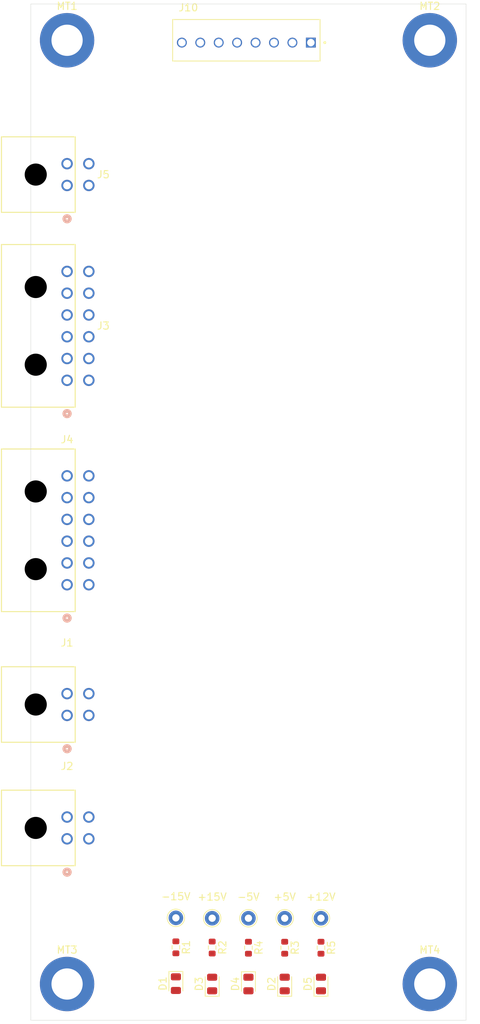
<source format=kicad_pcb>
(kicad_pcb (version 20241229) (generator "pcbnew") (generator_version "9.0")
  (layers (0 "F.Cu" signal) (2 "B.Cu" signal) (13 "F.Paste" user) (15 "B.Paste" user) (5 "F.SilkS" user "F.Silkscreen") (7 "B.SilkS" user "B.Silkscreen") (1 "F.Mask" user) (3 "B.Mask" user) (25 "Edge.Cuts" user))
  (property "CEE_CME" "NA")
  (property "CEE_CME_DATE" "NA")
  (property "CHECKED_BY" "T. Chiesa")
  (property "CHECKED_BY_DATE" "11/21/25")
  (property "DEPARTMENT_CHAIRMAN" "NA")
  (property "DEPARTMENT_CHAIRMAN_DATE" "NA")
  (property "DESIGN_APPROVAL" "T. Chiesa")
  (property "DESIGN_APPROVAL_DATE" "")
  (property "DIVISION_HEAD" "NA")
  (property "DIVISION_HEAD_DATE" "NA")
  (property "DRAWING_NUMBER" "TBD")
  (property "DRAWN_BY" "J. Mead")
  (property "DRAWN_BY_DATE" "12/9/25")
  (property "ENG_PHY_APPROVAL" "J. Mead")
  (property "ENG_PHY_APPROVAL_DATE" "11/21/25")
  (property "GROUP_LEADER" "D. Padrazo")
  (property "GROUP_LEADER_DATE" "")
  (property "INITIAL_RELEASE_DATE" "11/21/2025")
  (property "QA" "NA")
  (property "QA_CATEGORY" "A3")
  (property "QA_DATE" "NA")
  (property "REVB_ECN_NO" "")
  (property "REVB_RELEASE_DATE" "")
  (property "SAFETY_RSC" "NA")
  (property "SAFETY_RSC_DATE" "NA")
  (property "SCALE" "N.A.")
  (property "WEIGHT" "N.A.")
  (net 0 "")
  (net 2 "GND")
  (net 3 "+12V")
  (net 5 "+5V")
  (net 6 "-5V")
  (net 7 "+15V")
  (net 8 "-15V")
  (net 10 "Net-(D1-K)")
  (net 11 "Net-(D2-A)")
  (net 12 "Net-(D3-A)")
  (net 13 "Net-(D4-K)")
  (net 14 "Net-(D5-A)")
  (footprint "TestPoint:TestPoint_THTPad_D2.0mm_Drill1.0mm" (layer "F.Cu") (at 185 185.9375)
    (property "Reference" "TP3" (hide yes))
    (property "Value" "+5V" (at 0 -2.9375 0) (layer "F.SilkS"))
    (fp_circle (center 0 0) (end 0 1.2) (stroke (width 0.12)) (fill no) (layer "F.SilkS"))
    (pad "1" thru_hole circle (at 0 0) (size 2 2) (drill 1) (layers "*.Cu" "*.Mask") (net 5 "+5V"))
  )
  (footprint "TestPoint:TestPoint_THTPad_D2.0mm_Drill1.0mm" (layer "F.Cu") (at 175 185.9375)
    (property "Reference" "TP1" (hide yes))
    (property "Value" "+15V" (at 0 -2.9375 0) (layer "F.SilkS"))
    (fp_circle (center 0 0) (end 0 1.2) (stroke (width 0.12)) (fill no) (layer "F.SilkS"))
    (pad "1" thru_hole circle (at 0 0) (size 2 2) (drill 1) (layers "*.Cu" "*.Mask") (net 7 "+15V"))
  )
  (footprint "MountingHole:MountingHole_4.3mm_M4_DIN965_Pad" (layer "F.Cu") (at 205 65)
    (property "Reference" "MT2" (at 0 -4.7 0) (layer "F.SilkS"))
    (property "Value" "MountingHole_Pad")
    (pad "1" thru_hole circle (at 0 0) (size 7.5 7.5) (drill 4.3) (layers "*.Cu" "*.Mask") (net 2 "GND"))
  )
  (footprint "TestPoint:TestPoint_THTPad_D2.0mm_Drill1.0mm" (layer "F.Cu") (at 190 185.9375)
    (property "Reference" "TP5" (hide yes))
    (property "Value" "+12V" (at 0 -2.9375 0) (layer "F.SilkS"))
    (fp_circle (center 0 0) (end 0 1.2) (stroke (width 0.12)) (fill no) (layer "F.SilkS"))
    (pad "1" thru_hole circle (at 0 0) (size 2 2) (drill 1) (layers "*.Cu" "*.Mask") (net 3 "+12V"))
  )
  (footprint "Resistor_SMD:R_0603_1608Metric" (layer "F.Cu") (at 185 190 -90)
    (property "Reference" "R3" (at 0 -1.43 90) (layer "F.SilkS"))
    (property "Value" "180")
    (fp_line (start -0.237258 0.5225) (end 0.237258 0.5225) (stroke (width 0.12)) (layer "F.SilkS"))
    (fp_line (start -0.237258 -0.5225) (end 0.237258 -0.5225) (stroke (width 0.12)) (layer "F.SilkS"))
    (pad "1" smd roundrect (at -0.825 0 270) (size 0.8 0.95) (layers "F.Cu" "F.Mask" "F.Paste") (net 5 "+5V"))
    (pad "2" smd roundrect (at 0.825 0 270) (size 0.8 0.95) (layers "F.Cu" "F.Mask" "F.Paste") (net 11 "Net-(D2-A)"))
  )
  (footprint "myparts:CONN_SD-43045-001_12_MOL" (layer "F.Cu") (at 155 140 -90)
    (property "Reference" "J4" (at -20 0 0) (layer "F.SilkS"))
    (property "Value" "430451202" (hide yes))
    (fp_line (start -18.701398 9.043) (end 3.701402 9.043) (stroke (width 0.1524)) (layer "F.SilkS"))
    (fp_line (start 3.701402 9.043) (end 3.701402 -1.117) (stroke (width 0.1524)) (layer "F.SilkS"))
    (fp_line (start -18.701398 -1.117) (end -18.701398 9.043) (stroke (width 0.1524)) (layer "F.SilkS"))
    (fp_line (start 3.701402 -1.117) (end -18.701398 -1.117) (stroke (width 0.1524)) (layer "F.SilkS"))
    (fp_circle (center 4.590402 0) (end 4.971402 0) (stroke (width 0.508)) (fill no) (layer "F.SilkS"))
    (fp_circle (center 4.590402 0) (end 4.971402 0) (stroke (width 0.508)) (fill no) (layer "B.SilkS"))
    (pad "" np_thru_hole circle (at -12.849997 4.320002 270) (size 3.048 3.048) (drill 3.048) (layers))
    (pad "" np_thru_hole circle (at -2.149999 4.320002 270) (size 3.048 3.048) (drill 3.048) (layers))
    (pad "1" thru_hole circle (at 0 0 270) (size 1.5748 1.5748) (drill 1.0668) (layers "*.Cu" "*.Mask") (net 7 "+15V"))
    (pad "2" thru_hole circle (at -2.999999 0 270) (size 1.5748 1.5748) (drill 1.0668) (layers "*.Cu" "*.Mask") (net 5 "+5V"))
    (pad "3" thru_hole circle (at -5.999998 0 270) (size 1.5748 1.5748) (drill 1.0668) (layers "*.Cu" "*.Mask") (net 2 "GND"))
    (pad "4" thru_hole circle (at -8.999998 0 270) (size 1.5748 1.5748) (drill 1.0668) (layers "*.Cu" "*.Mask") (net 2 "GND"))
    (pad "5" thru_hole circle (at -11.999997 0 270) (size 1.5748 1.5748) (drill 1.0668) (layers "*.Cu" "*.Mask") (net 6 "-5V"))
    (pad "6" thru_hole circle (at -14.999996 0 270) (size 1.5748 1.5748) (drill 1.0668) (layers "*.Cu" "*.Mask") (net 8 "-15V"))
    (pad "7" thru_hole circle (at 0 -2.999999 270) (size 1.5748 1.5748) (drill 1.0668) (layers "*.Cu" "*.Mask") (net 7 "+15V"))
    (pad "8" thru_hole circle (at -2.999999 -2.999999 270) (size 1.5748 1.5748) (drill 1.0668) (layers "*.Cu" "*.Mask") (net 5 "+5V"))
    (pad "9" thru_hole circle (at -5.999998 -2.999999 270) (size 1.5748 1.5748) (drill 1.0668) (layers "*.Cu" "*.Mask") (net 2 "GND"))
    (pad "10" thru_hole circle (at -8.999998 -2.999999 270) (size 1.5748 1.5748) (drill 1.0668) (layers "*.Cu" "*.Mask") (net 2 "GND"))
    (pad "11" thru_hole circle (at -11.999997 -2.999999 270) (size 1.5748 1.5748) (drill 1.0668) (layers "*.Cu" "*.Mask") (net 6 "-5V"))
    (pad "12" thru_hole circle (at -14.999996 -2.999999 270) (size 1.5748 1.5748) (drill 1.0668) (layers "*.Cu" "*.Mask") (net 8 "-15V"))
  )
  (footprint "Resistor_SMD:R_0603_1608Metric" (layer "F.Cu") (at 190 190 -90)
    (property "Reference" "R5" (at 0 -1.43 90) (layer "F.SilkS"))
    (property "Value" "895")
    (fp_line (start -0.237258 0.5225) (end 0.237258 0.5225) (stroke (width 0.12)) (layer "F.SilkS"))
    (fp_line (start -0.237258 -0.5225) (end 0.237258 -0.5225) (stroke (width 0.12)) (layer "F.SilkS"))
    (pad "1" smd roundrect (at -0.825 0 270) (size 0.8 0.95) (layers "F.Cu" "F.Mask" "F.Paste") (net 3 "+12V"))
    (pad "2" smd roundrect (at 0.825 0 270) (size 0.8 0.95) (layers "F.Cu" "F.Mask" "F.Paste") (net 14 "Net-(D5-A)"))
  )
  (footprint "Resistor_SMD:R_0603_1608Metric" (layer "F.Cu") (at 170 189.95 -90)
    (property "Reference" "R1" (at 0 -1.43 90) (layer "F.SilkS"))
    (property "Value" "1.2K")
    (fp_line (start -0.237258 0.5225) (end 0.237258 0.5225) (stroke (width 0.12)) (layer "F.SilkS"))
    (fp_line (start -0.237258 -0.5225) (end 0.237258 -0.5225) (stroke (width 0.12)) (layer "F.SilkS"))
    (pad "1" smd roundrect (at -0.825 0 270) (size 0.8 0.95) (layers "F.Cu" "F.Mask" "F.Paste") (net 8 "-15V"))
    (pad "2" smd roundrect (at 0.825 0 270) (size 0.8 0.95) (layers "F.Cu" "F.Mask" "F.Paste") (net 10 "Net-(D1-K)"))
  )
  (footprint "TestPoint:TestPoint_THTPad_D2.0mm_Drill1.0mm" (layer "F.Cu") (at 180 185.9375)
    (property "Reference" "TP4" (hide yes))
    (property "Value" "-5V" (at 0 -2.9375 0) (layer "F.SilkS"))
    (fp_circle (center 0 0) (end 0 1.2) (stroke (width 0.12)) (fill no) (layer "F.SilkS"))
    (pad "1" thru_hole circle (at 0 0) (size 2 2) (drill 1) (layers "*.Cu" "*.Mask") (net 6 "-5V"))
  )
  (footprint "LED_SMD:LED_0805_2012Metric" (layer "F.Cu") (at 180 195 -90)
    (property "Reference" "D4" (at 0 1.8 90) (layer "F.SilkS"))
    (property "Value" "~")
    (fp_line (start -1.685 0.96) (end 1 0.96) (stroke (width 0.12)) (layer "F.SilkS"))
    (fp_line (start -1.685 -0.96) (end -1.685 0.96) (stroke (width 0.12)) (layer "F.SilkS"))
    (fp_line (start 1 -0.96) (end -1.685 -0.96) (stroke (width 0.12)) (layer "F.SilkS"))
    (pad "1" smd roundrect (at -0.9375 0 270) (size 0.975 1.4) (layers "F.Cu" "F.Mask" "F.Paste") (net 13 "Net-(D4-K)"))
    (pad "2" smd roundrect (at 0.9375 0 270) (size 0.975 1.4) (layers "F.Cu" "F.Mask" "F.Paste") (net 2 "GND"))
  )
  (footprint "TestPoint:TestPoint_THTPad_D2.0mm_Drill1.0mm" (layer "F.Cu") (at 170 185.8875)
    (property "Reference" "TP2" (hide yes))
    (property "Value" "-15V" (at 0 -2.9375 0) (layer "F.SilkS"))
    (fp_circle (center 0 0) (end 0 1.2) (stroke (width 0.12)) (fill no) (layer "F.SilkS"))
    (pad "1" thru_hole circle (at 0 0) (size 2 2) (drill 1) (layers "*.Cu" "*.Mask") (net 8 "-15V"))
  )
  (footprint "LED_SMD:LED_0805_2012Metric" (layer "F.Cu") (at 190 195 90)
    (property "Reference" "D5" (at 0 -1.8 90) (layer "F.SilkS"))
    (property "Value" "~")
    (fp_line (start 1 -0.96) (end -1.685 -0.96) (stroke (width 0.12)) (layer "F.SilkS"))
    (fp_line (start -1.685 -0.96) (end -1.685 0.96) (stroke (width 0.12)) (layer "F.SilkS"))
    (fp_line (start -1.685 0.96) (end 1 0.96) (stroke (width 0.12)) (layer "F.SilkS"))
    (pad "1" smd roundrect (at -0.9375 0 90) (size 0.975 1.4) (layers "F.Cu" "F.Mask" "F.Paste") (net 2 "GND"))
    (pad "2" smd roundrect (at 0.9375 0 90) (size 0.975 1.4) (layers "F.Cu" "F.Mask" "F.Paste") (net 14 "Net-(D5-A)"))
  )
  (footprint "Resistor_SMD:R_0603_1608Metric" (layer "F.Cu") (at 180 190 -90)
    (property "Reference" "R4" (at 0 -1.43 90) (layer "F.SilkS"))
    (property "Value" "180")
    (fp_line (start -0.237258 0.5225) (end 0.237258 0.5225) (stroke (width 0.12)) (layer "F.SilkS"))
    (fp_line (start -0.237258 -0.5225) (end 0.237258 -0.5225) (stroke (width 0.12)) (layer "F.SilkS"))
    (pad "1" smd roundrect (at -0.825 0 270) (size 0.8 0.95) (layers "F.Cu" "F.Mask" "F.Paste") (net 6 "-5V"))
    (pad "2" smd roundrect (at 0.825 0 270) (size 0.8 0.95) (layers "F.Cu" "F.Mask" "F.Paste") (net 13 "Net-(D4-K)"))
  )
  (footprint "LED_SMD:LED_0805_2012Metric" (layer "F.Cu") (at 175 195 90)
    (property "Reference" "D3" (at 0 -1.8 90) (layer "F.SilkS"))
    (property "Value" "GREEN")
    (fp_line (start 1 -0.96) (end -1.685 -0.96) (stroke (width 0.12)) (layer "F.SilkS"))
    (fp_line (start -1.685 -0.96) (end -1.685 0.96) (stroke (width 0.12)) (layer "F.SilkS"))
    (fp_line (start -1.685 0.96) (end 1 0.96) (stroke (width 0.12)) (layer "F.SilkS"))
    (pad "1" smd roundrect (at -0.9375 0 90) (size 0.975 1.4) (layers "F.Cu" "F.Mask" "F.Paste") (net 2 "GND"))
    (pad "2" smd roundrect (at 0.9375 0 90) (size 0.975 1.4) (layers "F.Cu" "F.Mask" "F.Paste") (net 12 "Net-(D3-A)"))
  )
  (footprint "MountingHole:MountingHole_4.3mm_M4_DIN965_Pad" (layer "F.Cu") (at 155 195)
    (property "Reference" "MT3" (at 0 -4.7 0) (layer "F.SilkS"))
    (property "Value" "MountingHole_Pad")
    (pad "1" thru_hole circle (at 0 0) (size 7.5 7.5) (drill 4.3) (layers "*.Cu" "*.Mask") (net 2 "GND"))
  )
  (footprint "myparts:TE_3-641215-8" (layer "F.Cu") (at 188.6025 65.32)
    (property "Reference" "J10" (at -16.875 -4.815 0) (layer "F.SilkS"))
    (property "Value" "3-641215-8")
    (fp_line (start -19.05 2.54) (end -19.05 -3.18) (stroke (width 0.127)) (layer "F.SilkS"))
    (fp_line (start 1.27 -3.18) (end -19.05 -3.18) (stroke (width 0.127)) (layer "F.SilkS"))
    (fp_line (start 1.27 -3.18) (end 1.27 2.54) (stroke (width 0.127)) (layer "F.SilkS"))
    (fp_line (start 1.27 2.54) (end -19.05 2.54) (stroke (width 0.127)) (layer "F.SilkS"))
    (fp_circle (center 1.92 0) (end 2.02 0) (stroke (width 0.2)) (fill no) (layer "F.SilkS"))
    (pad "1" thru_hole rect (at 0 0) (size 1.37 1.37) (drill 1.02) (layers "*.Cu" "*.Mask") (net 3 "+12V"))
    (pad "2" thru_hole circle (at -2.54 0) (size 1.37 1.37) (drill 1.02) (layers "*.Cu" "*.Mask") (net 2 "GND"))
    (pad "3" thru_hole circle (at -5.08 0) (size 1.37 1.37) (drill 1.02) (layers "*.Cu" "*.Mask") (net 5 "+5V"))
    (pad "4" thru_hole circle (at -7.62 0) (size 1.37 1.37) (drill 1.02) (layers "*.Cu" "*.Mask") (net 2 "GND"))
    (pad "5" thru_hole circle (at -10.16 0) (size 1.37 1.37) (drill 1.02) (layers "*.Cu" "*.Mask") (net 6 "-5V"))
    (pad "6" thru_hole circle (at -12.7 0) (size 1.37 1.37) (drill 1.02) (layers "*.Cu" "*.Mask") (net 7 "+15V"))
    (pad "7" thru_hole circle (at -15.24 0) (size 1.37 1.37) (drill 1.02) (layers "*.Cu" "*.Mask") (net 2 "GND"))
    (pad "8" thru_hole circle (at -17.78 0) (size 1.37 1.37) (drill 1.02) (layers "*.Cu" "*.Mask") (net 8 "-15V"))
  )
  (footprint "LED_SMD:LED_0805_2012Metric" (layer "F.Cu") (at 170 194.95 -90)
    (property "Reference" "D1" (at 0 1.8 90) (layer "F.SilkS"))
    (property "Value" "~")
    (fp_line (start -1.685 0.96) (end 1 0.96) (stroke (width 0.12)) (layer "F.SilkS"))
    (fp_line (start -1.685 -0.96) (end -1.685 0.96) (stroke (width 0.12)) (layer "F.SilkS"))
    (fp_line (start 1 -0.96) (end -1.685 -0.96) (stroke (width 0.12)) (layer "F.SilkS"))
    (pad "1" smd roundrect (at -0.9375 0 270) (size 0.975 1.4) (layers "F.Cu" "F.Mask" "F.Paste") (net 10 "Net-(D1-K)"))
    (pad "2" smd roundrect (at 0.9375 0 270) (size 0.975 1.4) (layers "F.Cu" "F.Mask" "F.Paste") (net 2 "GND"))
  )
  (footprint "LED_SMD:LED_0805_2012Metric" (layer "F.Cu") (at 185 195 90)
    (property "Reference" "D2" (at 0 -1.8 90) (layer "F.SilkS"))
    (property "Value" "~")
    (fp_line (start 1 -0.96) (end -1.685 -0.96) (stroke (width 0.12)) (layer "F.SilkS"))
    (fp_line (start -1.685 -0.96) (end -1.685 0.96) (stroke (width 0.12)) (layer "F.SilkS"))
    (fp_line (start -1.685 0.96) (end 1 0.96) (stroke (width 0.12)) (layer "F.SilkS"))
    (pad "1" smd roundrect (at -0.9375 0 90) (size 0.975 1.4) (layers "F.Cu" "F.Mask" "F.Paste") (net 2 "GND"))
    (pad "2" smd roundrect (at 0.9375 0 90) (size 0.975 1.4) (layers "F.Cu" "F.Mask" "F.Paste") (net 11 "Net-(D2-A)"))
  )
  (footprint "myparts:CONN_SD-43045-001_04_MOL" (layer "F.Cu") (at 155 175 -90)
    (property "Reference" "J2" (at -10 0 0) (layer "F.SilkS"))
    (property "Value" "430450402" (hide yes))
    (fp_line (start -6.701998 9.043) (end 3.701999 9.043) (stroke (width 0.1524)) (layer "F.SilkS"))
    (fp_line (start 3.701999 9.043) (end 3.701999 -1.117) (stroke (width 0.1524)) (layer "F.SilkS"))
    (fp_line (start -6.701998 -1.117) (end -6.701998 9.043) (stroke (width 0.1524)) (layer "F.SilkS"))
    (fp_line (start 3.701999 -1.117) (end -6.701998 -1.117) (stroke (width 0.1524)) (layer "F.SilkS"))
    (fp_circle (center 4.590999 0) (end 4.971999 0) (stroke (width 0.508)) (fill no) (layer "F.SilkS"))
    (fp_circle (center 4.590999 0) (end 4.971999 0) (stroke (width 0.508)) (fill no) (layer "B.SilkS"))
    (pad "" np_thru_hole circle (at -1.5 4.320002 270) (size 3.048 3.048) (drill 3.048) (layers))
    (pad "1" thru_hole circle (at 0 0 270) (size 1.5748 1.5748) (drill 1.0668) (layers "*.Cu" "*.Mask") (net 3 "+12V"))
    (pad "2" thru_hole circle (at -2.999999 0 270) (size 1.5748 1.5748) (drill 1.0668) (layers "*.Cu" "*.Mask"))
    (pad "3" thru_hole circle (at 0 -2.999999 270) (size 1.5748 1.5748) (drill 1.0668) (layers "*.Cu" "*.Mask") (net 2 "GND"))
    (pad "4" thru_hole circle (at -2.999999 -2.999999 270) (size 1.5748 1.5748) (drill 1.0668) (layers "*.Cu" "*.Mask") (net 2 "GND"))
  )
  (footprint "Resistor_SMD:R_0603_1608Metric" (layer "F.Cu") (at 175 189.975 -90)
    (property "Reference" "R2" (at 0 -1.43 90) (layer "F.SilkS"))
    (property "Value" "1.2K")
    (fp_line (start -0.237258 0.5225) (end 0.237258 0.5225) (stroke (width 0.12)) (layer "F.SilkS"))
    (fp_line (start -0.237258 -0.5225) (end 0.237258 -0.5225) (stroke (width 0.12)) (layer "F.SilkS"))
    (pad "1" smd roundrect (at -0.825 0 270) (size 0.8 0.95) (layers "F.Cu" "F.Mask" "F.Paste") (net 7 "+15V"))
    (pad "2" smd roundrect (at 0.825 0 270) (size 0.8 0.95) (layers "F.Cu" "F.Mask" "F.Paste") (net 12 "Net-(D3-A)"))
  )
  (footprint "myparts:CONN_SD-43045-001_04_MOL" (layer "F.Cu") (at 155 157.999999 -90)
    (property "Reference" "J1" (at -10 0 0) (layer "F.SilkS"))
    (property "Value" "430450402" (hide yes))
    (fp_line (start -6.701998 9.043) (end 3.701999 9.043) (stroke (width 0.1524)) (layer "F.SilkS"))
    (fp_line (start 3.701999 9.043) (end 3.701999 -1.117) (stroke (width 0.1524)) (layer "F.SilkS"))
    (fp_line (start -6.701998 -1.117) (end -6.701998 9.043) (stroke (width 0.1524)) (layer "F.SilkS"))
    (fp_line (start 3.701999 -1.117) (end -6.701998 -1.117) (stroke (width 0.1524)) (layer "F.SilkS"))
    (fp_circle (center 4.590999 0) (end 4.971999 0) (stroke (width 0.508)) (fill no) (layer "F.SilkS"))
    (fp_circle (center 4.590999 0) (end 4.971999 0) (stroke (width 0.508)) (fill no) (layer "B.SilkS"))
    (pad "" np_thru_hole circle (at -1.5 4.320002 270) (size 3.048 3.048) (drill 3.048) (layers))
    (pad "1" thru_hole circle (at 0 0 270) (size 1.5748 1.5748) (drill 1.0668) (layers "*.Cu" "*.Mask") (net 3 "+12V"))
    (pad "2" thru_hole circle (at -2.999999 0 270) (size 1.5748 1.5748) (drill 1.0668) (layers "*.Cu" "*.Mask"))
    (pad "3" thru_hole circle (at 0 -2.999999 270) (size 1.5748 1.5748) (drill 1.0668) (layers "*.Cu" "*.Mask") (net 2 "GND"))
    (pad "4" thru_hole circle (at -2.999999 -2.999999 270) (size 1.5748 1.5748) (drill 1.0668) (layers "*.Cu" "*.Mask") (net 2 "GND"))
  )
  (footprint "MountingHole:MountingHole_4.3mm_M4_DIN965_Pad" (layer "F.Cu") (at 155 65)
    (property "Reference" "MT1" (at 0 -4.7 0) (layer "F.SilkS"))
    (property "Value" "MountingHole_Pad")
    (pad "1" thru_hole circle (at 0 0) (size 7.5 7.5) (drill 4.3) (layers "*.Cu" "*.Mask") (net 2 "GND"))
  )
  (footprint "myparts:CONN_SD-43045-001_04_MOL" (layer "F.Cu") (at 155 85 -90)
    (property "Reference" "J5" (at -1.499999 -5 0) (layer "F.SilkS"))
    (property "Value" "430450402" (hide yes))
    (fp_line (start -6.701998 9.043) (end 3.701999 9.043) (stroke (width 0.1524)) (layer "F.SilkS"))
    (fp_line (start 3.701999 9.043) (end 3.701999 -1.117) (stroke (width 0.1524)) (layer "F.SilkS"))
    (fp_line (start -6.701998 -1.117) (end -6.701998 9.043) (stroke (width 0.1524)) (layer "F.SilkS"))
    (fp_line (start 3.701999 -1.117) (end -6.701998 -1.117) (stroke (width 0.1524)) (layer "F.SilkS"))
    (fp_circle (center 4.590999 0) (end 4.971999 0) (stroke (width 0.508)) (fill no) (layer "F.SilkS"))
    (fp_circle (center 4.590999 0) (end 4.971999 0) (stroke (width 0.508)) (fill no) (layer "B.SilkS"))
    (pad "" np_thru_hole circle (at -1.5 4.320002 270) (size 3.048 3.048) (drill 3.048) (layers))
    (pad "1" thru_hole circle (at 0 0 270) (size 1.5748 1.5748) (drill 1.0668) (layers "*.Cu" "*.Mask") (net 3 "+12V"))
    (pad "2" thru_hole circle (at -2.999999 0 270) (size 1.5748 1.5748) (drill 1.0668) (layers "*.Cu" "*.Mask"))
    (pad "3" thru_hole circle (at 0 -2.999999 270) (size 1.5748 1.5748) (drill 1.0668) (layers "*.Cu" "*.Mask") (net 2 "GND"))
    (pad "4" thru_hole circle (at -2.999999 -2.999999 270) (size 1.5748 1.5748) (drill 1.0668) (layers "*.Cu" "*.Mask") (net 2 "GND"))
  )
  (footprint "myparts:CONN_SD-43045-001_12_MOL" (layer "F.Cu") (at 155 111.839598 -90)
    (property "Reference" "J3" (at -7.499998 -5 0) (layer "F.SilkS"))
    (property "Value" "430451202" (hide yes))
    (fp_line (start -18.701398 9.043) (end 3.701402 9.043) (stroke (width 0.1524)) (layer "F.SilkS"))
    (fp_line (start 3.701402 9.043) (end 3.701402 -1.117) (stroke (width 0.1524)) (layer "F.SilkS"))
    (fp_line (start -18.701398 -1.117) (end -18.701398 9.043) (stroke (width 0.1524)) (layer "F.SilkS"))
    (fp_line (start 3.701402 -1.117) (end -18.701398 -1.117) (stroke (width 0.1524)) (layer "F.SilkS"))
    (fp_circle (center 4.590402 0) (end 4.971402 0) (stroke (width 0.508)) (fill no) (layer "F.SilkS"))
    (fp_circle (center 4.590402 0) (end 4.971402 0) (stroke (width 0.508)) (fill no) (layer "B.SilkS"))
    (pad "" np_thru_hole circle (at -12.849997 4.320002 270) (size 3.048 3.048) (drill 3.048) (layers))
    (pad "" np_thru_hole circle (at -2.149999 4.320002 270) (size 3.048 3.048) (drill 3.048) (layers))
    (pad "1" thru_hole circle (at 0 0 270) (size 1.5748 1.5748) (drill 1.0668) (layers "*.Cu" "*.Mask") (net 7 "+15V"))
    (pad "2" thru_hole circle (at -2.999999 0 270) (size 1.5748 1.5748) (drill 1.0668) (layers "*.Cu" "*.Mask") (net 5 "+5V"))
    (pad "3" thru_hole circle (at -5.999998 0 270) (size 1.5748 1.5748) (drill 1.0668) (layers "*.Cu" "*.Mask") (net 2 "GND"))
    (pad "4" thru_hole circle (at -8.999998 0 270) (size 1.5748 1.5748) (drill 1.0668) (layers "*.Cu" "*.Mask") (net 2 "GND"))
    (pad "5" thru_hole circle (at -11.999997 0 270) (size 1.5748 1.5748) (drill 1.0668) (layers "*.Cu" "*.Mask") (net 6 "-5V"))
    (pad "6" thru_hole circle (at -14.999996 0 270) (size 1.5748 1.5748) (drill 1.0668) (layers "*.Cu" "*.Mask") (net 8 "-15V"))
    (pad "7" thru_hole circle (at 0 -2.999999 270) (size 1.5748 1.5748) (drill 1.0668) (layers "*.Cu" "*.Mask") (net 7 "+15V"))
    (pad "8" thru_hole circle (at -2.999999 -2.999999 270) (size 1.5748 1.5748) (drill 1.0668) (layers "*.Cu" "*.Mask") (net 5 "+5V"))
    (pad "9" thru_hole circle (at -5.999998 -2.999999 270) (size 1.5748 1.5748) (drill 1.0668) (layers "*.Cu" "*.Mask") (net 2 "GND"))
    (pad "10" thru_hole circle (at -8.999998 -2.999999 270) (size 1.5748 1.5748) (drill 1.0668) (layers "*.Cu" "*.Mask") (net 2 "GND"))
    (pad "11" thru_hole circle (at -11.999997 -2.999999 270) (size 1.5748 1.5748) (drill 1.0668) (layers "*.Cu" "*.Mask") (net 6 "-5V"))
    (pad "12" thru_hole circle (at -14.999996 -2.999999 270) (size 1.5748 1.5748) (drill 1.0668) (layers "*.Cu" "*.Mask") (net 8 "-15V"))
  )
  (footprint "MountingHole:MountingHole_4.3mm_M4_DIN965_Pad" (layer "F.Cu") (at 205 195)
    (property "Reference" "MT4" (at 0 -4.7 0) (layer "F.SilkS"))
    (property "Value" "MountingHole_Pad")
    (pad "1" thru_hole circle (at 0 0) (size 7.5 7.5) (drill 4.3) (layers "*.Cu" "*.Mask") (net 2 "GND"))
  )
  (gr_line (start 150 60) (end 210 60) (stroke (width 0.05)) (layer "Edge.Cuts"))
  (gr_line (start 150 200) (end 150 60) (stroke (width 0.05)) (layer "Edge.Cuts"))
  (gr_line (start 210 200) (end 150 200) (stroke (width 0.05)) (layer "Edge.Cuts"))
  (gr_line (start 210 60) (end 210 200) (stroke (width 0.05)) (layer "Edge.Cuts"))
)
</source>
